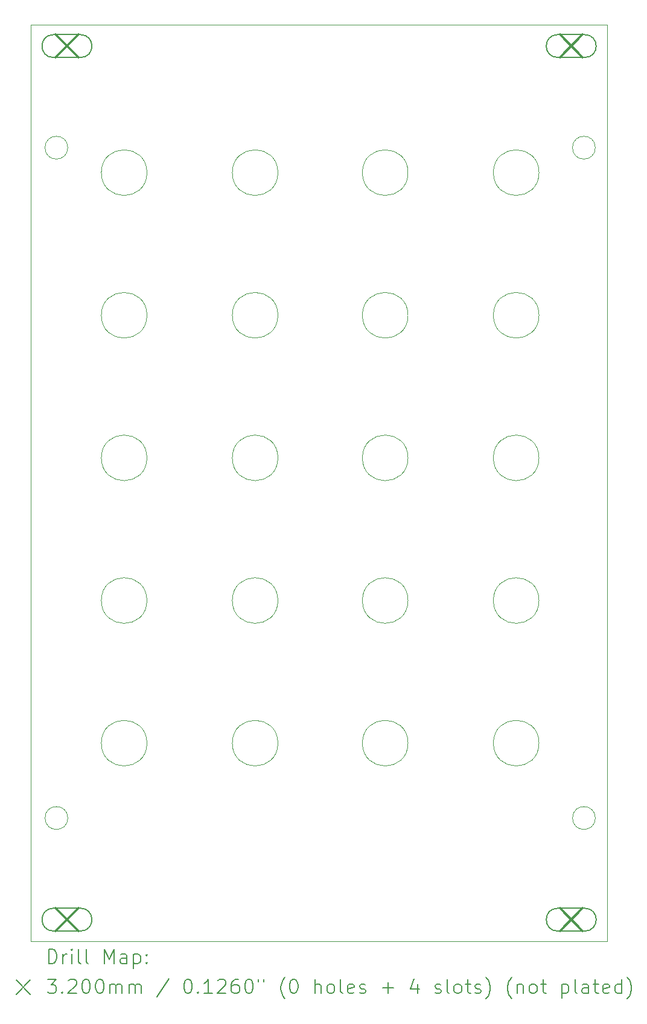
<source format=gbr>
%TF.GenerationSoftware,KiCad,Pcbnew,(6.0.11-0)*%
%TF.CreationDate,2023-03-26T21:43:49+01:00*%
%TF.ProjectId,panel,70616e65-6c2e-46b6-9963-61645f706362,rev?*%
%TF.SameCoordinates,Original*%
%TF.FileFunction,Drillmap*%
%TF.FilePolarity,Positive*%
%FSLAX45Y45*%
G04 Gerber Fmt 4.5, Leading zero omitted, Abs format (unit mm)*
G04 Created by KiCad (PCBNEW (6.0.11-0)) date 2023-03-26 21:43:49*
%MOMM*%
%LPD*%
G01*
G04 APERTURE LIST*
%ADD10C,0.100000*%
%ADD11C,0.200000*%
%ADD12C,0.320000*%
G04 APERTURE END LIST*
D10*
X8090000Y0D02*
X8090000Y-12850000D01*
X0Y-12850000D02*
X0Y0D01*
X5292500Y-8075000D02*
G75*
G03*
X5292500Y-8075000I-320000J0D01*
G01*
X520000Y-11125000D02*
G75*
G03*
X520000Y-11125000I-160000J0D01*
G01*
X3467500Y-6075000D02*
G75*
G03*
X3467500Y-6075000I-320000J0D01*
G01*
X1630000Y-4075000D02*
G75*
G03*
X1630000Y-4075000I-320000J0D01*
G01*
X1630000Y-2075000D02*
G75*
G03*
X1630000Y-2075000I-320000J0D01*
G01*
X3467500Y-8075000D02*
G75*
G03*
X3467500Y-8075000I-320000J0D01*
G01*
X7920000Y-11125000D02*
G75*
G03*
X7920000Y-11125000I-160000J0D01*
G01*
X7130000Y-2075000D02*
G75*
G03*
X7130000Y-2075000I-320000J0D01*
G01*
X5292500Y-2075000D02*
G75*
G03*
X5292500Y-2075000I-320000J0D01*
G01*
X7130000Y-4075000D02*
G75*
G03*
X7130000Y-4075000I-320000J0D01*
G01*
X7130000Y-8075000D02*
G75*
G03*
X7130000Y-8075000I-320000J0D01*
G01*
X0Y0D02*
X8090000Y0D01*
X5292500Y-6075000D02*
G75*
G03*
X5292500Y-6075000I-320000J0D01*
G01*
X3467500Y-2075000D02*
G75*
G03*
X3467500Y-2075000I-320000J0D01*
G01*
X520000Y-1725000D02*
G75*
G03*
X520000Y-1725000I-160000J0D01*
G01*
X1630000Y-10075000D02*
G75*
G03*
X1630000Y-10075000I-320000J0D01*
G01*
X3467500Y-4075000D02*
G75*
G03*
X3467500Y-4075000I-320000J0D01*
G01*
X8090000Y-12850000D02*
X0Y-12850000D01*
X3467500Y-10075000D02*
G75*
G03*
X3467500Y-10075000I-320000J0D01*
G01*
X7130000Y-10075000D02*
G75*
G03*
X7130000Y-10075000I-320000J0D01*
G01*
X1630000Y-6075000D02*
G75*
G03*
X1630000Y-6075000I-320000J0D01*
G01*
X7130000Y-6075000D02*
G75*
G03*
X7130000Y-6075000I-320000J0D01*
G01*
X5292500Y-4075000D02*
G75*
G03*
X5292500Y-4075000I-320000J0D01*
G01*
X1630000Y-8075000D02*
G75*
G03*
X1630000Y-8075000I-320000J0D01*
G01*
X7920000Y-1725000D02*
G75*
G03*
X7920000Y-1725000I-160000J0D01*
G01*
X5292500Y-10075000D02*
G75*
G03*
X5292500Y-10075000I-320000J0D01*
G01*
D11*
D12*
X348000Y-140000D02*
X668000Y-460000D01*
X668000Y-140000D02*
X348000Y-460000D01*
D11*
X318000Y-460000D02*
X698000Y-460000D01*
X318000Y-140000D02*
X698000Y-140000D01*
X698000Y-460000D02*
G75*
G03*
X698000Y-140000I0J160000D01*
G01*
X318000Y-140000D02*
G75*
G03*
X318000Y-460000I0J-160000D01*
G01*
D12*
X348000Y-12390000D02*
X668000Y-12710000D01*
X668000Y-12390000D02*
X348000Y-12710000D01*
D11*
X318000Y-12710000D02*
X698000Y-12710000D01*
X318000Y-12390000D02*
X698000Y-12390000D01*
X698000Y-12710000D02*
G75*
G03*
X698000Y-12390000I0J160000D01*
G01*
X318000Y-12390000D02*
G75*
G03*
X318000Y-12710000I0J-160000D01*
G01*
D12*
X7422000Y-140000D02*
X7742000Y-460000D01*
X7742000Y-140000D02*
X7422000Y-460000D01*
D11*
X7392000Y-460000D02*
X7772000Y-460000D01*
X7392000Y-140000D02*
X7772000Y-140000D01*
X7772000Y-460000D02*
G75*
G03*
X7772000Y-140000I0J160000D01*
G01*
X7392000Y-140000D02*
G75*
G03*
X7392000Y-460000I0J-160000D01*
G01*
D12*
X7422000Y-12390000D02*
X7742000Y-12710000D01*
X7742000Y-12390000D02*
X7422000Y-12710000D01*
D11*
X7392000Y-12710000D02*
X7772000Y-12710000D01*
X7392000Y-12390000D02*
X7772000Y-12390000D01*
X7772000Y-12710000D02*
G75*
G03*
X7772000Y-12390000I0J160000D01*
G01*
X7392000Y-12390000D02*
G75*
G03*
X7392000Y-12710000I0J-160000D01*
G01*
X252619Y-13165476D02*
X252619Y-12965476D01*
X300238Y-12965476D01*
X328810Y-12975000D01*
X347857Y-12994048D01*
X357381Y-13013095D01*
X366905Y-13051190D01*
X366905Y-13079762D01*
X357381Y-13117857D01*
X347857Y-13136905D01*
X328810Y-13155952D01*
X300238Y-13165476D01*
X252619Y-13165476D01*
X452619Y-13165476D02*
X452619Y-13032143D01*
X452619Y-13070238D02*
X462143Y-13051190D01*
X471667Y-13041667D01*
X490714Y-13032143D01*
X509762Y-13032143D01*
X576429Y-13165476D02*
X576429Y-13032143D01*
X576429Y-12965476D02*
X566905Y-12975000D01*
X576429Y-12984524D01*
X585952Y-12975000D01*
X576429Y-12965476D01*
X576429Y-12984524D01*
X700238Y-13165476D02*
X681190Y-13155952D01*
X671667Y-13136905D01*
X671667Y-12965476D01*
X805000Y-13165476D02*
X785952Y-13155952D01*
X776428Y-13136905D01*
X776428Y-12965476D01*
X1033571Y-13165476D02*
X1033571Y-12965476D01*
X1100238Y-13108333D01*
X1166905Y-12965476D01*
X1166905Y-13165476D01*
X1347857Y-13165476D02*
X1347857Y-13060714D01*
X1338333Y-13041667D01*
X1319286Y-13032143D01*
X1281190Y-13032143D01*
X1262143Y-13041667D01*
X1347857Y-13155952D02*
X1328810Y-13165476D01*
X1281190Y-13165476D01*
X1262143Y-13155952D01*
X1252619Y-13136905D01*
X1252619Y-13117857D01*
X1262143Y-13098809D01*
X1281190Y-13089286D01*
X1328810Y-13089286D01*
X1347857Y-13079762D01*
X1443095Y-13032143D02*
X1443095Y-13232143D01*
X1443095Y-13041667D02*
X1462143Y-13032143D01*
X1500238Y-13032143D01*
X1519286Y-13041667D01*
X1528809Y-13051190D01*
X1538333Y-13070238D01*
X1538333Y-13127381D01*
X1528809Y-13146428D01*
X1519286Y-13155952D01*
X1500238Y-13165476D01*
X1462143Y-13165476D01*
X1443095Y-13155952D01*
X1624048Y-13146428D02*
X1633571Y-13155952D01*
X1624048Y-13165476D01*
X1614524Y-13155952D01*
X1624048Y-13146428D01*
X1624048Y-13165476D01*
X1624048Y-13041667D02*
X1633571Y-13051190D01*
X1624048Y-13060714D01*
X1614524Y-13051190D01*
X1624048Y-13041667D01*
X1624048Y-13060714D01*
X-205000Y-13395000D02*
X-5000Y-13595000D01*
X-5000Y-13395000D02*
X-205000Y-13595000D01*
X233571Y-13385476D02*
X357381Y-13385476D01*
X290714Y-13461667D01*
X319286Y-13461667D01*
X338333Y-13471190D01*
X347857Y-13480714D01*
X357381Y-13499762D01*
X357381Y-13547381D01*
X347857Y-13566428D01*
X338333Y-13575952D01*
X319286Y-13585476D01*
X262143Y-13585476D01*
X243095Y-13575952D01*
X233571Y-13566428D01*
X443095Y-13566428D02*
X452619Y-13575952D01*
X443095Y-13585476D01*
X433571Y-13575952D01*
X443095Y-13566428D01*
X443095Y-13585476D01*
X528810Y-13404524D02*
X538333Y-13395000D01*
X557381Y-13385476D01*
X605000Y-13385476D01*
X624048Y-13395000D01*
X633571Y-13404524D01*
X643095Y-13423571D01*
X643095Y-13442619D01*
X633571Y-13471190D01*
X519286Y-13585476D01*
X643095Y-13585476D01*
X766905Y-13385476D02*
X785952Y-13385476D01*
X805000Y-13395000D01*
X814524Y-13404524D01*
X824048Y-13423571D01*
X833571Y-13461667D01*
X833571Y-13509286D01*
X824048Y-13547381D01*
X814524Y-13566428D01*
X805000Y-13575952D01*
X785952Y-13585476D01*
X766905Y-13585476D01*
X747857Y-13575952D01*
X738333Y-13566428D01*
X728809Y-13547381D01*
X719286Y-13509286D01*
X719286Y-13461667D01*
X728809Y-13423571D01*
X738333Y-13404524D01*
X747857Y-13395000D01*
X766905Y-13385476D01*
X957381Y-13385476D02*
X976428Y-13385476D01*
X995476Y-13395000D01*
X1005000Y-13404524D01*
X1014524Y-13423571D01*
X1024048Y-13461667D01*
X1024048Y-13509286D01*
X1014524Y-13547381D01*
X1005000Y-13566428D01*
X995476Y-13575952D01*
X976428Y-13585476D01*
X957381Y-13585476D01*
X938333Y-13575952D01*
X928809Y-13566428D01*
X919286Y-13547381D01*
X909762Y-13509286D01*
X909762Y-13461667D01*
X919286Y-13423571D01*
X928809Y-13404524D01*
X938333Y-13395000D01*
X957381Y-13385476D01*
X1109762Y-13585476D02*
X1109762Y-13452143D01*
X1109762Y-13471190D02*
X1119286Y-13461667D01*
X1138333Y-13452143D01*
X1166905Y-13452143D01*
X1185952Y-13461667D01*
X1195476Y-13480714D01*
X1195476Y-13585476D01*
X1195476Y-13480714D02*
X1205000Y-13461667D01*
X1224048Y-13452143D01*
X1252619Y-13452143D01*
X1271667Y-13461667D01*
X1281190Y-13480714D01*
X1281190Y-13585476D01*
X1376429Y-13585476D02*
X1376429Y-13452143D01*
X1376429Y-13471190D02*
X1385952Y-13461667D01*
X1405000Y-13452143D01*
X1433571Y-13452143D01*
X1452619Y-13461667D01*
X1462143Y-13480714D01*
X1462143Y-13585476D01*
X1462143Y-13480714D02*
X1471667Y-13461667D01*
X1490714Y-13452143D01*
X1519286Y-13452143D01*
X1538333Y-13461667D01*
X1547857Y-13480714D01*
X1547857Y-13585476D01*
X1938333Y-13375952D02*
X1766905Y-13633095D01*
X2195476Y-13385476D02*
X2214524Y-13385476D01*
X2233571Y-13395000D01*
X2243095Y-13404524D01*
X2252619Y-13423571D01*
X2262143Y-13461667D01*
X2262143Y-13509286D01*
X2252619Y-13547381D01*
X2243095Y-13566428D01*
X2233571Y-13575952D01*
X2214524Y-13585476D01*
X2195476Y-13585476D01*
X2176429Y-13575952D01*
X2166905Y-13566428D01*
X2157381Y-13547381D01*
X2147857Y-13509286D01*
X2147857Y-13461667D01*
X2157381Y-13423571D01*
X2166905Y-13404524D01*
X2176429Y-13395000D01*
X2195476Y-13385476D01*
X2347857Y-13566428D02*
X2357381Y-13575952D01*
X2347857Y-13585476D01*
X2338333Y-13575952D01*
X2347857Y-13566428D01*
X2347857Y-13585476D01*
X2547857Y-13585476D02*
X2433571Y-13585476D01*
X2490714Y-13585476D02*
X2490714Y-13385476D01*
X2471667Y-13414048D01*
X2452619Y-13433095D01*
X2433571Y-13442619D01*
X2624048Y-13404524D02*
X2633571Y-13395000D01*
X2652619Y-13385476D01*
X2700238Y-13385476D01*
X2719286Y-13395000D01*
X2728810Y-13404524D01*
X2738333Y-13423571D01*
X2738333Y-13442619D01*
X2728810Y-13471190D01*
X2614524Y-13585476D01*
X2738333Y-13585476D01*
X2909762Y-13385476D02*
X2871667Y-13385476D01*
X2852619Y-13395000D01*
X2843095Y-13404524D01*
X2824048Y-13433095D01*
X2814524Y-13471190D01*
X2814524Y-13547381D01*
X2824048Y-13566428D01*
X2833571Y-13575952D01*
X2852619Y-13585476D01*
X2890714Y-13585476D01*
X2909762Y-13575952D01*
X2919286Y-13566428D01*
X2928809Y-13547381D01*
X2928809Y-13499762D01*
X2919286Y-13480714D01*
X2909762Y-13471190D01*
X2890714Y-13461667D01*
X2852619Y-13461667D01*
X2833571Y-13471190D01*
X2824048Y-13480714D01*
X2814524Y-13499762D01*
X3052619Y-13385476D02*
X3071667Y-13385476D01*
X3090714Y-13395000D01*
X3100238Y-13404524D01*
X3109762Y-13423571D01*
X3119286Y-13461667D01*
X3119286Y-13509286D01*
X3109762Y-13547381D01*
X3100238Y-13566428D01*
X3090714Y-13575952D01*
X3071667Y-13585476D01*
X3052619Y-13585476D01*
X3033571Y-13575952D01*
X3024048Y-13566428D01*
X3014524Y-13547381D01*
X3005000Y-13509286D01*
X3005000Y-13461667D01*
X3014524Y-13423571D01*
X3024048Y-13404524D01*
X3033571Y-13395000D01*
X3052619Y-13385476D01*
X3195476Y-13385476D02*
X3195476Y-13423571D01*
X3271667Y-13385476D02*
X3271667Y-13423571D01*
X3566905Y-13661667D02*
X3557381Y-13652143D01*
X3538333Y-13623571D01*
X3528809Y-13604524D01*
X3519286Y-13575952D01*
X3509762Y-13528333D01*
X3509762Y-13490238D01*
X3519286Y-13442619D01*
X3528809Y-13414048D01*
X3538333Y-13395000D01*
X3557381Y-13366428D01*
X3566905Y-13356905D01*
X3681190Y-13385476D02*
X3700238Y-13385476D01*
X3719286Y-13395000D01*
X3728809Y-13404524D01*
X3738333Y-13423571D01*
X3747857Y-13461667D01*
X3747857Y-13509286D01*
X3738333Y-13547381D01*
X3728809Y-13566428D01*
X3719286Y-13575952D01*
X3700238Y-13585476D01*
X3681190Y-13585476D01*
X3662143Y-13575952D01*
X3652619Y-13566428D01*
X3643095Y-13547381D01*
X3633571Y-13509286D01*
X3633571Y-13461667D01*
X3643095Y-13423571D01*
X3652619Y-13404524D01*
X3662143Y-13395000D01*
X3681190Y-13385476D01*
X3985952Y-13585476D02*
X3985952Y-13385476D01*
X4071667Y-13585476D02*
X4071667Y-13480714D01*
X4062143Y-13461667D01*
X4043095Y-13452143D01*
X4014524Y-13452143D01*
X3995476Y-13461667D01*
X3985952Y-13471190D01*
X4195476Y-13585476D02*
X4176428Y-13575952D01*
X4166905Y-13566428D01*
X4157381Y-13547381D01*
X4157381Y-13490238D01*
X4166905Y-13471190D01*
X4176428Y-13461667D01*
X4195476Y-13452143D01*
X4224048Y-13452143D01*
X4243095Y-13461667D01*
X4252619Y-13471190D01*
X4262143Y-13490238D01*
X4262143Y-13547381D01*
X4252619Y-13566428D01*
X4243095Y-13575952D01*
X4224048Y-13585476D01*
X4195476Y-13585476D01*
X4376429Y-13585476D02*
X4357381Y-13575952D01*
X4347857Y-13556905D01*
X4347857Y-13385476D01*
X4528810Y-13575952D02*
X4509762Y-13585476D01*
X4471667Y-13585476D01*
X4452619Y-13575952D01*
X4443095Y-13556905D01*
X4443095Y-13480714D01*
X4452619Y-13461667D01*
X4471667Y-13452143D01*
X4509762Y-13452143D01*
X4528810Y-13461667D01*
X4538333Y-13480714D01*
X4538333Y-13499762D01*
X4443095Y-13518809D01*
X4614524Y-13575952D02*
X4633571Y-13585476D01*
X4671667Y-13585476D01*
X4690714Y-13575952D01*
X4700238Y-13556905D01*
X4700238Y-13547381D01*
X4690714Y-13528333D01*
X4671667Y-13518809D01*
X4643095Y-13518809D01*
X4624048Y-13509286D01*
X4614524Y-13490238D01*
X4614524Y-13480714D01*
X4624048Y-13461667D01*
X4643095Y-13452143D01*
X4671667Y-13452143D01*
X4690714Y-13461667D01*
X4938333Y-13509286D02*
X5090714Y-13509286D01*
X5014524Y-13585476D02*
X5014524Y-13433095D01*
X5424048Y-13452143D02*
X5424048Y-13585476D01*
X5376429Y-13375952D02*
X5328810Y-13518809D01*
X5452619Y-13518809D01*
X5671667Y-13575952D02*
X5690714Y-13585476D01*
X5728809Y-13585476D01*
X5747857Y-13575952D01*
X5757381Y-13556905D01*
X5757381Y-13547381D01*
X5747857Y-13528333D01*
X5728809Y-13518809D01*
X5700238Y-13518809D01*
X5681190Y-13509286D01*
X5671667Y-13490238D01*
X5671667Y-13480714D01*
X5681190Y-13461667D01*
X5700238Y-13452143D01*
X5728809Y-13452143D01*
X5747857Y-13461667D01*
X5871667Y-13585476D02*
X5852619Y-13575952D01*
X5843095Y-13556905D01*
X5843095Y-13385476D01*
X5976428Y-13585476D02*
X5957381Y-13575952D01*
X5947857Y-13566428D01*
X5938333Y-13547381D01*
X5938333Y-13490238D01*
X5947857Y-13471190D01*
X5957381Y-13461667D01*
X5976428Y-13452143D01*
X6005000Y-13452143D01*
X6024048Y-13461667D01*
X6033571Y-13471190D01*
X6043095Y-13490238D01*
X6043095Y-13547381D01*
X6033571Y-13566428D01*
X6024048Y-13575952D01*
X6005000Y-13585476D01*
X5976428Y-13585476D01*
X6100238Y-13452143D02*
X6176428Y-13452143D01*
X6128809Y-13385476D02*
X6128809Y-13556905D01*
X6138333Y-13575952D01*
X6157381Y-13585476D01*
X6176428Y-13585476D01*
X6233571Y-13575952D02*
X6252619Y-13585476D01*
X6290714Y-13585476D01*
X6309762Y-13575952D01*
X6319286Y-13556905D01*
X6319286Y-13547381D01*
X6309762Y-13528333D01*
X6290714Y-13518809D01*
X6262143Y-13518809D01*
X6243095Y-13509286D01*
X6233571Y-13490238D01*
X6233571Y-13480714D01*
X6243095Y-13461667D01*
X6262143Y-13452143D01*
X6290714Y-13452143D01*
X6309762Y-13461667D01*
X6385952Y-13661667D02*
X6395476Y-13652143D01*
X6414524Y-13623571D01*
X6424048Y-13604524D01*
X6433571Y-13575952D01*
X6443095Y-13528333D01*
X6443095Y-13490238D01*
X6433571Y-13442619D01*
X6424048Y-13414048D01*
X6414524Y-13395000D01*
X6395476Y-13366428D01*
X6385952Y-13356905D01*
X6747857Y-13661667D02*
X6738333Y-13652143D01*
X6719286Y-13623571D01*
X6709762Y-13604524D01*
X6700238Y-13575952D01*
X6690714Y-13528333D01*
X6690714Y-13490238D01*
X6700238Y-13442619D01*
X6709762Y-13414048D01*
X6719286Y-13395000D01*
X6738333Y-13366428D01*
X6747857Y-13356905D01*
X6824048Y-13452143D02*
X6824048Y-13585476D01*
X6824048Y-13471190D02*
X6833571Y-13461667D01*
X6852619Y-13452143D01*
X6881190Y-13452143D01*
X6900238Y-13461667D01*
X6909762Y-13480714D01*
X6909762Y-13585476D01*
X7033571Y-13585476D02*
X7014524Y-13575952D01*
X7005000Y-13566428D01*
X6995476Y-13547381D01*
X6995476Y-13490238D01*
X7005000Y-13471190D01*
X7014524Y-13461667D01*
X7033571Y-13452143D01*
X7062143Y-13452143D01*
X7081190Y-13461667D01*
X7090714Y-13471190D01*
X7100238Y-13490238D01*
X7100238Y-13547381D01*
X7090714Y-13566428D01*
X7081190Y-13575952D01*
X7062143Y-13585476D01*
X7033571Y-13585476D01*
X7157381Y-13452143D02*
X7233571Y-13452143D01*
X7185952Y-13385476D02*
X7185952Y-13556905D01*
X7195476Y-13575952D01*
X7214524Y-13585476D01*
X7233571Y-13585476D01*
X7452619Y-13452143D02*
X7452619Y-13652143D01*
X7452619Y-13461667D02*
X7471667Y-13452143D01*
X7509762Y-13452143D01*
X7528809Y-13461667D01*
X7538333Y-13471190D01*
X7547857Y-13490238D01*
X7547857Y-13547381D01*
X7538333Y-13566428D01*
X7528809Y-13575952D01*
X7509762Y-13585476D01*
X7471667Y-13585476D01*
X7452619Y-13575952D01*
X7662143Y-13585476D02*
X7643095Y-13575952D01*
X7633571Y-13556905D01*
X7633571Y-13385476D01*
X7824048Y-13585476D02*
X7824048Y-13480714D01*
X7814524Y-13461667D01*
X7795476Y-13452143D01*
X7757381Y-13452143D01*
X7738333Y-13461667D01*
X7824048Y-13575952D02*
X7805000Y-13585476D01*
X7757381Y-13585476D01*
X7738333Y-13575952D01*
X7728809Y-13556905D01*
X7728809Y-13537857D01*
X7738333Y-13518809D01*
X7757381Y-13509286D01*
X7805000Y-13509286D01*
X7824048Y-13499762D01*
X7890714Y-13452143D02*
X7966905Y-13452143D01*
X7919286Y-13385476D02*
X7919286Y-13556905D01*
X7928809Y-13575952D01*
X7947857Y-13585476D01*
X7966905Y-13585476D01*
X8109762Y-13575952D02*
X8090714Y-13585476D01*
X8052619Y-13585476D01*
X8033571Y-13575952D01*
X8024048Y-13556905D01*
X8024048Y-13480714D01*
X8033571Y-13461667D01*
X8052619Y-13452143D01*
X8090714Y-13452143D01*
X8109762Y-13461667D01*
X8119286Y-13480714D01*
X8119286Y-13499762D01*
X8024048Y-13518809D01*
X8290714Y-13585476D02*
X8290714Y-13385476D01*
X8290714Y-13575952D02*
X8271667Y-13585476D01*
X8233571Y-13585476D01*
X8214524Y-13575952D01*
X8205000Y-13566428D01*
X8195476Y-13547381D01*
X8195476Y-13490238D01*
X8205000Y-13471190D01*
X8214524Y-13461667D01*
X8233571Y-13452143D01*
X8271667Y-13452143D01*
X8290714Y-13461667D01*
X8366905Y-13661667D02*
X8376428Y-13652143D01*
X8395476Y-13623571D01*
X8405000Y-13604524D01*
X8414524Y-13575952D01*
X8424048Y-13528333D01*
X8424048Y-13490238D01*
X8414524Y-13442619D01*
X8405000Y-13414048D01*
X8395476Y-13395000D01*
X8376428Y-13366428D01*
X8366905Y-13356905D01*
M02*

</source>
